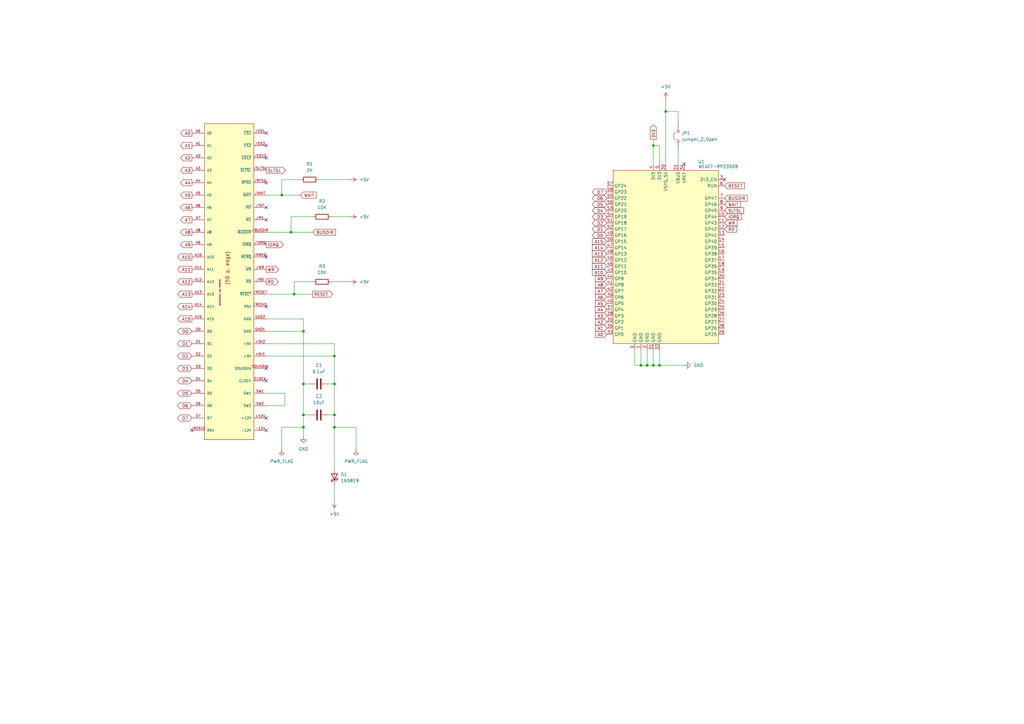
<source format=kicad_sch>
(kicad_sch (version 20231120) (generator "eeschema") (generator_version "8.0")
  (paper "A3")
  (title_block (title "MSX PicoVerse 2350") (date "2025-02-07") (rev "1.0") (company "The Retro Hacker") (comment 1 "Version connecting Pico GPIO pins directly to 5V") (comment 2 "Based on the WeAct RP2350B board") (comment 3 "The MSX experience driven by the RaspBerry Pi Pico") (comment 4 "MSX PicoVerse 2350"))
  (lib_symbols
    (symbol "Device:C" (pin_numbers hide) (pin_names (offset 0.254))
      (property "Reference" "C" (at 0.635 2.54 0))
      (property "Value" "C" (at 0.635 -2.54 0))
      (symbol "C_0_1"
        (polyline (pts (xy -2.032 -0.762) (xy 2.032 -0.762)) (stroke (width 0.508)))
        (polyline (pts (xy -2.032 0.762) (xy 2.032 0.762)) (stroke (width 0.508)))
      )
      (symbol "C_1_1"
        (pin passive line (at 0 3.81 270) (length 2.794) (name "~") (number "1"))
        (pin passive line (at 0 -3.81 90) (length 2.794) (name "~") (number "2"))
      )
    )
    (symbol "Device:D_Schottky" (pin_numbers hide) (pin_names (offset 1.016) hide)
      (property "Reference" "D" (at 0 2.54 0))
      (property "Value" "D_Schottky" (at 0 -2.54 0))
      (symbol "D_Schottky_0_1"
        (polyline (pts (xy 1.27 0) (xy -1.27 0)))
        (polyline (pts (xy 1.27 1.27) (xy 1.27 -1.27) (xy -1.27 0) (xy 1.27 1.27)) (stroke (width 0.254)))
        (polyline (pts (xy -1.905 0.635) (xy -1.905 1.27) (xy -1.27 1.27) (xy -1.27 -1.27) (xy -0.635 -1.27) (xy -0.635 -0.635)) (stroke (width 0.254)))
      )
      (symbol "D_Schottky_1_1"
        (pin passive line (at -3.81 0 0) (length 2.54) (name "K") (number "1"))
        (pin passive line (at 3.81 0 180) (length 2.54) (name "A") (number "2"))
      )
    )
    (symbol "Device:R" (pin_numbers hide) (pin_names (offset 0))
      (property "Reference" "R" (at 2.032 0 90))
      (property "Value" "R" (at 0 0 90))
      (symbol "R_0_1"
        (rectangle (start -1.016 -2.54) (end 1.016 2.54) (stroke (width 0.254)))
      )
      (symbol "R_1_1"
        (pin passive line (at 0 3.81 270) (length 1.27) (name "~") (number "1"))
        (pin passive line (at 0 -3.81 90) (length 1.27) (name "~") (number "2"))
      )
    )
    (symbol "Jumper:Jumper_2_Open" (pin_numbers hide) (pin_names (offset 0) hide) (exclude_from_sim yes)
      (property "Reference" "JP" (at 0 2.794 0))
      (property "Value" "Jumper_2_Open" (at 0 -2.286 0))
      (symbol "Jumper_2_Open_0_0"
        (circle (center -2.032 0) (radius 0.508))
        (circle (center 2.032 0) (radius 0.508))
      )
      (symbol "Jumper_2_Open_0_1"
        (arc (start 1.524 1.27) (mid 0 1.778) (end -1.524 1.27))
      )
      (symbol "Jumper_2_Open_1_1"
        (pin passive line (at -5.08 0 0) (length 2.54) (name "A") (number "1"))
        (pin passive line (at 5.08 0 180) (length 2.54) (name "B") (number "2"))
      )
    )
    (symbol "WeAct:RP2350B"
      (property "Reference" "U" (at 0 0 0))
      (symbol "RP2350B_1_1"
        (rectangle (start -21.59 35.56) (end 21.59 -35.56) (fill (type background)))
        (pin power_in line (at -12.7 -38.1 90) (length 2.54) (name "GND") (number "0"))
        (pin power_in line (at -10.16 -38.1 90) (length 2.54) (name "GND") (number "1"))
        (pin input line (at 24.13 16.51 180) (length 2.54) (name "GP44") (number "10"))
        (pin input line (at 24.13 13.97 180) (length 2.54) (name "GP43") (number "11"))
        (pin input line (at 24.13 11.43 180) (length 2.54) (name "GP42") (number "12"))
        (pin input line (at 24.13 8.89 180) (length 2.54) (name "GP41") (number "13"))
        (pin input line (at 24.13 6.35 180) (length 2.54) (name "GP40") (number "14"))
        (pin input line (at 24.13 3.81 180) (length 2.54) (name "GP39") (number "15"))
        (pin input line (at 24.13 1.27 180) (length 2.54) (name "GP38") (number "16"))
        (pin input line (at 24.13 -1.27 180) (length 2.54) (name "GP37") (number "17"))
        (pin input line (at 24.13 -3.81 180) (length 2.54) (name "GP36") (number "18"))
        (pin input line (at 24.13 -6.35 180) (length 2.54) (name "GP35") (number "19"))
        (pin power_in line (at -7.62 -38.1 90) (length 2.54) (name "GND") (number "2"))
        (pin input line (at 24.13 -8.89 180) (length 2.54) (name "GP34") (number "20"))
        (pin input line (at 24.13 -11.43 180) (length 2.54) (name "GP33") (number "21"))
        (pin input line (at 24.13 -13.97 180) (length 2.54) (name "GP32") (number "22"))
        (pin input line (at 24.13 -16.51 180) (length 2.54) (name "GP31") (number "23"))
        (pin input line (at 24.13 -19.05 180) (length 2.54) (name "GP30") (number "24"))
        (pin input line (at 24.13 -21.59 180) (length 2.54) (name "GP29") (number "25"))
        (pin input line (at 24.13 -24.13 180) (length 2.54) (name "GP28") (number "26"))
        (pin input line (at 24.13 -26.67 180) (length 2.54) (name "GP27") (number "27"))
        (pin input line (at 24.13 -29.21 180) (length 2.54) (name "GP26") (number "28"))
        (pin input line (at 24.13 -31.75 180) (length 2.54) (name "GP25") (number "29"))
        (pin input line (at 24.13 31.75 180) (length 2.54) (name "3V3_EN") (number "3"))
        (pin power_in line (at 0 38.1 270) (length 2.54) (name "VSYS_5V") (number "30"))
        (pin power_in line (at -5.08 -38.1 90) (length 2.54) (name "GND") (number "31"))
        (pin power_out line (at 5.08 38.1 270) (length 2.54) (name "VBUS") (number "31"))
        (pin power_in line (at -2.54 -38.1 90) (length 2.54) (name "GND") (number "32"))
        (pin input line (at -24.13 -31.75 0) (length 2.54) (name "GP0") (number "33"))
        (pin power_in line (at 7.62 38.1 270) (length 2.54) (name "VREF") (number "34"))
        (pin input line (at -24.13 -26.67 0) (length 2.54) (name "GP2") (number "35"))
        (pin input line (at -24.13 -29.21 0) (length 2.54) (name "GP1") (number "36"))
        (pin input line (at -24.13 -21.59 0) (length 2.54) (name "GP4") (number "37"))
        (pin input line (at -24.13 -24.13 0) (length 2.54) (name "GP3") (number "38"))
        (pin input line (at -24.13 -16.51 0) (length 2.54) (name "GP6") (number "39"))
        (pin power_in line (at -5.08 38.1 270) (length 2.54) (name "3V3") (number "4"))
        (pin input line (at -24.13 -19.05 0) (length 2.54) (name "GP5") (number "40"))
        (pin input line (at -24.13 -11.43 0) (length 2.54) (name "GP8") (number "41"))
        (pin input line (at -24.13 -13.97 0) (length 2.54) (name "GP7") (number "42"))
        (pin input line (at -24.13 -6.35 0) (length 2.54) (name "GP10") (number "43"))
        (pin input line (at -24.13 -8.89 0) (length 2.54) (name "GP9") (number "44"))
        (pin input line (at -24.13 -1.27 0) (length 2.54) (name "GP12") (number "45"))
        (pin input line (at -24.13 -3.81 0) (length 2.54) (name "GP11") (number "46"))
        (pin input line (at -24.13 3.81 0) (length 2.54) (name "GP14") (number "47"))
        (pin input line (at -24.13 1.27 0) (length 2.54) (name "GP13") (number "48"))
        (pin input line (at -24.13 8.89 0) (length 2.54) (name "GP16") (number "49"))
        (pin power_in line (at -2.54 38.1 270) (length 2.54) (name "3V3") (number "5"))
        (pin input line (at -24.13 6.35 0) (length 2.54) (name "GP15") (number "50"))
        (pin input line (at -24.13 13.97 0) (length 2.54) (name "GP18") (number "51"))
        (pin input line (at -24.13 11.43 0) (length 2.54) (name "GP17") (number "52"))
        (pin input line (at -24.13 19.05 0) (length 2.54) (name "GP20") (number "53"))
        (pin input line (at -24.13 16.51 0) (length 2.54) (name "GP19") (number "54"))
        (pin input line (at -24.13 24.13 0) (length 2.54) (name "GP22") (number "55"))
        (pin input line (at -24.13 21.59 0) (length 2.54) (name "GP21") (number "56"))
        (pin input line (at -24.13 29.21 0) (length 2.54) (name "GP24") (number "57"))
        (pin input line (at -24.13 26.67 0) (length 2.54) (name "GP23") (number "58"))
        (pin input line (at 24.13 29.21 180) (length 2.54) (name "RUN") (number "6"))
        (pin input line (at 24.13 24.13 180) (length 2.54) (name "GP47") (number "7"))
        (pin input line (at 24.13 21.59 180) (length 2.54) (name "GP46") (number "8"))
        (pin input line (at 24.13 19.05 180) (length 2.54) (name "GP45") (number "9"))
      )
    )
    (symbol "msx-con:MSX_CON" (pin_names (offset 1.016))
      (symbol "MSX_CON_1_0"
        (rectangle (start -59.69 10.16) (end 69.85 -10.16) (fill (type background)))
        (text "(50 p. edge)" (at 10.7442 0.7112 0) (effects (font (size 1.4224 1.4224))))
      )
      (symbol "MSX_CON_1_1"
        (pin power_out line (at -50.8 -15.24 90) (length 5.08) (name "+12V") (number "+12V"))
        (pin power_in line (at -25.4 -15.24 90) (length 5.08) (name "+5V") (number "+5V1"))
        (pin power_in line (at -20.32 -15.24 90) (length 5.08) (name "+5V") (number "+5V2"))
        (pin power_out line (at -55.88 -15.24 90) (length 5.08) (name "-12V") (number "-12V"))
        (pin input line (at 25.4 -15.24 90) (length 5.08) (name "~{BUSDIR}") (number "/BUSDIR"))
        (pin output line (at 66.04 -15.24 90) (length 5.08) (name "~{CS1}") (number "/CS1"))
        (pin output line (at 55.88 -15.24 90) (length 5.08) (name "~{CS12}") (number "/CS12"))
        (pin output line (at 60.96 -15.24 90) (length 5.08) (name "~{CS2}") (number "/CS2"))
        (pin input line (at 35.56 -15.24 90) (length 5.08) (name "~{INT}") (number "/INT"))
        (pin output line (at 20.32 -15.24 90) (length 5.08) (name "~{IORQ}") (number "/IORQ"))
        (pin output line (at 30.48 -15.24 90) (length 5.08) (name "~{M1}") (number "/M1"))
        (pin output line (at 15.24 -15.24 90) (length 5.08) (name "~{MERQ}") (number "/MREQ"))
        (pin output line (at 5.08 -15.24 90) (length 5.08) (name "~{RD}") (number "/RD"))
        (pin output line (at 0 -15.24 90) (length 5.08) (name "~{RESET}") (number "/RESET"))
        (pin unspecified line (at -5.08 -15.24 90) (length 5.08) (name "RSV") (number "/RESV1"))
        (pin unspecified line (at -55.88 15.24 270) (length 5.08) (name "RSV") (number "/RESV2"))
        (pin output line (at 45.72 -15.24 90) (length 5.08) (name "~{RFSH}") (number "/RFSH"))
        (pin output line (at 50.8 -15.24 90) (length 5.08) (name "~{SLTSL}") (number "/SLTSL"))
        (pin input line (at 40.64 -15.24 90) (length 5.08) (name "~{WAIT}") (number "/WAIT"))
        (pin output line (at 10.16 -15.24 90) (length 5.08) (name "~{WR}") (number "/WR"))
        (pin output line (at 66.04 15.24 270) (length 5.08) (name "A0") (number "A0"))
        (pin output line (at 60.96 15.24 270) (length 5.08) (name "A1") (number "A1"))
        (pin output line (at 15.24 15.24 270) (length 5.08) (name "A10") (number "A10"))
        (pin output line (at 10.16 15.24 270) (length 5.08) (name "A11") (number "A11"))
        (pin output line (at 5.08 15.24 270) (length 5.08) (name "A12") (number "A12"))
        (pin output line (at 0 15.24 270) (length 5.08) (name "A13") (number "A13"))
        (pin output line (at -5.08 15.24 270) (length 5.08) (name "A14") (number "A14"))
        (pin output line (at -10.16 15.24 270) (length 5.08) (name "A15") (number "A15"))
        (pin output line (at 55.88 15.24 270) (length 5.08) (name "A2") (number "A2"))
        (pin output line (at 50.8 15.24 270) (length 5.08) (name "A3") (number "A3"))
        (pin output line (at 45.72 15.24 270) (length 5.08) (name "A4") (number "A4"))
        (pin output line (at 40.64 15.24 270) (length 5.08) (name "A5") (number "A5"))
        (pin output line (at 35.56 15.24 270) (length 5.08) (name "A6") (number "A6"))
        (pin output line (at 30.48 15.24 270) (length 5.08) (name "A7") (number "A7"))
        (pin output line (at 25.4 15.24 270) (length 5.08) (name "A8") (number "A8"))
        (pin output line (at 20.32 15.24 270) (length 5.08) (name "A9") (number "A9"))
        (pin output line (at -35.56 -15.24 90) (length 5.08) (name "CLOCK") (number "CLOCK"))
        (pin bidirectional line (at -15.24 15.24 270) (length 5.08) (name "D0") (number "D0"))
        (pin bidirectional line (at -20.32 15.24 270) (length 5.08) (name "D1") (number "D1"))
        (pin bidirectional line (at -25.4 15.24 270) (length 5.08) (name "D2") (number "D2"))
        (pin bidirectional line (at -30.48 15.24 270) (length 5.08) (name "D3") (number "D3"))
        (pin bidirectional line (at -35.56 15.24 270) (length 5.08) (name "D4") (number "D4"))
        (pin bidirectional line (at -40.64 15.24 270) (length 5.08) (name "D5") (number "D5"))
        (pin bidirectional line (at -45.72 15.24 270) (length 5.08) (name "D6") (number "D6"))
        (pin bidirectional line (at -50.8 15.24 270) (length 5.08) (name "D7") (number "D7"))
        (pin power_in line (at -15.24 -15.24 90) (length 5.08) (name "GND") (number "GND1"))
        (pin power_in line (at -10.16 -15.24 90) (length 5.08) (name "GND") (number "GND2"))
        (pin input line (at -30.48 -15.24 90) (length 5.08) (name "SOUNDIN") (number "SOUNDIN"))
        (pin passive line (at -40.64 -15.24 90) (length 5.08) (name "SW1") (number "SW1"))
        (pin passive line (at -45.72 -15.24 90) (length 5.08) (name "SW2") (number "SW2"))
      )
    )
    (symbol "power:+5V" (power) (pin_numbers hide) (pin_names (offset 0) hide)
      (property "Value" "+5V" (at 0 3.556 0))
      (symbol "+5V_0_1"
        (polyline (pts (xy -0.762 1.27) (xy 0 2.54)))
        (polyline (pts (xy 0 0) (xy 0 2.54)))
        (polyline (pts (xy 0 2.54) (xy 0.762 1.27)))
      )
      (symbol "+5V_1_1"
        (pin power_in line (at 0 0 90) (length 0) (name "~") (number "1"))
      )
    )
    (symbol "power:GND" (power) (pin_numbers hide) (pin_names (offset 0) hide)
      (property "Value" "GND" (at 0 -3.81 0))
      (symbol "GND_0_1"
        (polyline (pts (xy 0 0) (xy 0 -1.27) (xy 1.27 -1.27) (xy 0 -2.54) (xy -1.27 -1.27) (xy 0 -1.27)))
      )
      (symbol "GND_1_1"
        (pin power_in line (at 0 0 270) (length 0) (name "~") (number "1"))
      )
    )
    (symbol "power:PWR_FLAG" (power) (pin_numbers hide) (pin_names (offset 0) hide)
      (property "Value" "PWR_FLAG" (at 0 3.81 0))
      (symbol "PWR_FLAG_0_0"
        (pin power_out line (at 0 0 90) (length 0) (name "~") (number "1"))
      )
      (symbol "PWR_FLAG_0_1"
        (polyline (pts (xy 0 0) (xy 0 1.27) (xy -1.016 1.905) (xy 0 2.54) (xy 1.016 1.905) (xy 0 1.27)))
      )
    )
  )
  (junction (at 120.65 120.65))
  (junction (at 119.38 95.25))
  (junction (at 270.51 149.86))
  (junction (at 124.46 175.26))
  (junction (at 267.97 149.86))
  (junction (at 137.16 146.05))
  (junction (at 137.16 170.18))
  (junction (at 137.16 175.26))
  (junction (at 124.46 157.48))
  (junction (at 115.57 80.01))
  (junction (at 262.89 149.86))
  (junction (at 124.46 135.89))
  (junction (at 267.97 59.69))
  (junction (at 273.05 45.72))
  (junction (at 265.43 149.86))
  (junction (at 137.16 157.48))
  (junction (at 124.46 170.18))
  (no_connect (at 109.22 105.41))
  (no_connect (at 280.67 67.31))
  (no_connect (at 78.74 176.53))
  (no_connect (at 109.22 74.93))
  (no_connect (at 109.22 59.69))
  (no_connect (at 109.22 125.73))
  (no_connect (at 109.22 171.45))
  (no_connect (at 109.22 64.77))
  (no_connect (at 297.18 73.66))
  (no_connect (at 109.22 151.13))
  (no_connect (at 109.22 176.53))
  (no_connect (at 109.22 90.17))
  (no_connect (at 109.22 85.09))
  (no_connect (at 109.22 54.61))
  (no_connect (at 109.22 156.21))
  (wire (pts (xy 109.22 80.01) (xy 115.57 80.01)))
  (wire (pts (xy 137.16 146.05) (xy 137.16 157.48)))
  (wire (pts (xy 137.16 175.26) (xy 137.16 191.77)))
  (wire (pts (xy 109.22 95.25) (xy 119.38 95.25)))
  (wire (pts (xy 115.57 80.01) (xy 123.19 80.01)))
  (wire (pts (xy 267.97 57.15) (xy 267.97 59.69)))
  (wire (pts (xy 270.51 59.69) (xy 267.97 59.69)))
  (wire (pts (xy 124.46 170.18) (xy 124.46 175.26)))
  (wire (pts (xy 260.35 143.51) (xy 260.35 149.86)))
  (wire (pts (xy 109.22 140.97) (xy 137.16 140.97)))
  (wire (pts (xy 109.22 161.29) (xy 116.84 161.29)))
  (wire (pts (xy 119.38 95.25) (xy 128.27 95.25)))
  (wire (pts (xy 137.16 140.97) (xy 137.16 146.05)))
  (wire (pts (xy 270.51 149.86) (xy 280.67 149.86)))
  (wire (pts (xy 124.46 135.89) (xy 124.46 157.48)))
  (wire (pts (xy 265.43 143.51) (xy 265.43 149.86)))
  (wire (pts (xy 273.05 40.64) (xy 273.05 45.72)))
  (wire (pts (xy 130.81 73.66) (xy 143.51 73.66)))
  (wire (pts (xy 134.62 170.18) (xy 137.16 170.18)))
  (wire (pts (xy 116.84 161.29) (xy 116.84 166.37)))
  (wire (pts (xy 124.46 157.48) (xy 127 157.48)))
  (wire (pts (xy 137.16 199.39) (xy 137.16 205.74)))
  (wire (pts (xy 260.35 149.86) (xy 262.89 149.86)))
  (wire (pts (xy 124.46 130.81) (xy 124.46 135.89)))
  (wire (pts (xy 278.13 60.96) (xy 278.13 67.31)))
  (wire (pts (xy 273.05 45.72) (xy 273.05 67.31)))
  (wire (pts (xy 120.65 115.57) (xy 120.65 120.65)))
  (wire (pts (xy 134.62 157.48) (xy 137.16 157.48)))
  (wire (pts (xy 115.57 175.26) (xy 124.46 175.26)))
  (wire (pts (xy 128.27 115.57) (xy 120.65 115.57)))
  (wire (pts (xy 137.16 170.18) (xy 137.16 175.26)))
  (wire (pts (xy 278.13 45.72) (xy 273.05 45.72)))
  (wire (pts (xy 146.05 175.26) (xy 137.16 175.26)))
  (wire (pts (xy 109.22 130.81) (xy 124.46 130.81)))
  (wire (pts (xy 109.22 146.05) (xy 137.16 146.05)))
  (wire (pts (xy 109.22 120.65) (xy 120.65 120.65)))
  (wire (pts (xy 265.43 149.86) (xy 267.97 149.86)))
  (wire (pts (xy 109.22 135.89) (xy 124.46 135.89)))
  (wire (pts (xy 137.16 157.48) (xy 137.16 170.18)))
  (wire (pts (xy 128.27 88.9) (xy 119.38 88.9)))
  (wire (pts (xy 135.89 115.57) (xy 143.51 115.57)))
  (wire (pts (xy 146.05 184.15) (xy 146.05 175.26)))
  (wire (pts (xy 270.51 143.51) (xy 270.51 149.86)))
  (wire (pts (xy 116.84 166.37) (xy 109.22 166.37)))
  (wire (pts (xy 120.65 120.65) (xy 128.27 120.65)))
  (wire (pts (xy 267.97 149.86) (xy 270.51 149.86)))
  (wire (pts (xy 119.38 88.9) (xy 119.38 95.25)))
  (wire (pts (xy 124.46 175.26) (xy 124.46 179.07)))
  (wire (pts (xy 267.97 143.51) (xy 267.97 149.86)))
  (wire (pts (xy 262.89 143.51) (xy 262.89 149.86)))
  (wire (pts (xy 124.46 170.18) (xy 127 170.18)))
  (wire (pts (xy 267.97 59.69) (xy 267.97 67.31)))
  (wire (pts (xy 115.57 184.15) (xy 115.57 175.26)))
  (wire (pts (xy 123.19 73.66) (xy 115.57 73.66)))
  (wire (pts (xy 262.89 149.86) (xy 265.43 149.86)))
  (wire (pts (xy 135.89 88.9) (xy 143.51 88.9)))
  (wire (pts (xy 270.51 67.31) (xy 270.51 59.69)))
  (wire (pts (xy 124.46 157.48) (xy 124.46 170.18)))
  (wire (pts (xy 278.13 50.8) (xy 278.13 45.72)))
  (wire (pts (xy 115.57 73.66) (xy 115.57 80.01)))
  (global_label "A0" (shape output) (at 78.74 54.61 180) (property "Intersheetrefs" "${INTERSHEET_REFS}" (effects (hide yes))))
  (global_label "3V3" (shape output) (at 267.97 57.15 90) (property "Intersheetrefs" "${INTERSHEET_REFS}" (effects (hide yes))))
  (global_label "A2" (shape output) (at 78.74 64.77 180) (property "Intersheetrefs" "${INTERSHEET_REFS}" (effects (hide yes))))
  (global_label "A4" (shape input) (at 248.92 127 180) (property "Intersheetrefs" "${INTERSHEET_REFS}" (effects (hide yes))))
  (global_label "WR" (shape input) (at 297.18 91.44 0) (property "Intersheetrefs" "${INTERSHEET_REFS}" (effects (hide yes))))
  (global_label "A9" (shape input) (at 248.92 114.3 180) (property "Intersheetrefs" "${INTERSHEET_REFS}" (effects (hide yes))))
  (global_label "IORQ" (shape output) (at 109.22 100.33 0) (property "Intersheetrefs" "${INTERSHEET_REFS}" (effects (hide yes))))
  (global_label "A13" (shape input) (at 248.92 104.14 180) (property "Intersheetrefs" "${INTERSHEET_REFS}" (effects (hide yes))))
  (global_label "WAIT" (shape input) (at 123.19 80.01 0) (property "Intersheetrefs" "${INTERSHEET_REFS}" (effects (hide yes))))
  (global_label "A4" (shape output) (at 78.74 74.93 180) (property "Intersheetrefs" "${INTERSHEET_REFS}" (effects (hide yes))))
  (global_label "D2" (shape bidirectional) (at 248.92 91.44 180) (property "Intersheetrefs" "${INTERSHEET_REFS}" (effects (hide yes))))
  (global_label "A3" (shape output) (at 78.74 69.85 180) (property "Intersheetrefs" "${INTERSHEET_REFS}" (effects (hide yes))))
  (global_label "D0" (shape bidirectional) (at 78.74 135.89 180) (property "Intersheetrefs" "${INTERSHEET_REFS}" (effects (hide yes))))
  (global_label "A8" (shape input) (at 248.92 116.84 180) (property "Intersheetrefs" "${INTERSHEET_REFS}" (effects (hide yes))))
  (global_label "A3" (shape input) (at 248.92 129.54 180) (property "Intersheetrefs" "${INTERSHEET_REFS}" (effects (hide yes))))
  (global_label "A11" (shape input) (at 248.92 109.22 180) (property "Intersheetrefs" "${INTERSHEET_REFS}" (effects (hide yes))))
  (global_label "A5" (shape input) (at 248.92 124.46 180) (property "Intersheetrefs" "${INTERSHEET_REFS}" (effects (hide yes))))
  (global_label "A0" (shape input) (at 248.92 137.16 180) (property "Intersheetrefs" "${INTERSHEET_REFS}" (effects (hide yes))))
  (global_label "SLTSL" (shape output) (at 109.22 69.85 0) (property "Intersheetrefs" "${INTERSHEET_REFS}" (effects (hide yes))))
  (global_label "A15" (shape output) (at 78.74 130.81 180) (property "Intersheetrefs" "${INTERSHEET_REFS}" (effects (hide yes))))
  (global_label "RESET" (shape input) (at 297.18 76.2 0) (property "Intersheetrefs" "${INTERSHEET_REFS}" (effects (hide yes))))
  (global_label "BUSDIR" (shape input) (at 297.18 81.28 0) (property "Intersheetrefs" "${INTERSHEET_REFS}" (effects (hide yes))))
  (global_label "D4" (shape bidirectional) (at 248.92 86.36 180) (property "Intersheetrefs" "${INTERSHEET_REFS}" (effects (hide yes))))
  (global_label "D5" (shape bidirectional) (at 78.74 161.29 180) (property "Intersheetrefs" "${INTERSHEET_REFS}" (effects (hide yes))))
  (global_label "D1" (shape bidirectional) (at 78.74 140.97 180) (property "Intersheetrefs" "${INTERSHEET_REFS}" (effects (hide yes))))
  (global_label "A7" (shape input) (at 248.92 119.38 180) (property "Intersheetrefs" "${INTERSHEET_REFS}" (effects (hide yes))))
  (global_label "A14" (shape output) (at 78.74 125.73 180) (property "Intersheetrefs" "${INTERSHEET_REFS}" (effects (hide yes))))
  (global_label "A11" (shape output) (at 78.74 110.49 180) (property "Intersheetrefs" "${INTERSHEET_REFS}" (effects (hide yes))))
  (global_label "A14" (shape input) (at 248.92 101.6 180) (property "Intersheetrefs" "${INTERSHEET_REFS}" (effects (hide yes))))
  (global_label "A8" (shape output) (at 78.74 95.25 180) (property "Intersheetrefs" "${INTERSHEET_REFS}" (effects (hide yes))))
  (global_label "A2" (shape input) (at 248.92 132.08 180) (property "Intersheetrefs" "${INTERSHEET_REFS}" (effects (hide yes))))
  (global_label "SLTSL" (shape input) (at 297.18 86.36 0) (property "Intersheetrefs" "${INTERSHEET_REFS}" (effects (hide yes))))
  (global_label "D0" (shape bidirectional) (at 248.92 96.52 180) (property "Intersheetrefs" "${INTERSHEET_REFS}" (effects (hide yes))))
  (global_label "BUSDIR" (shape input) (at 128.27 95.25 0) (property "Intersheetrefs" "${INTERSHEET_REFS}" (effects (hide yes))))
  (global_label "A6" (shape input) (at 248.92 121.92 180) (property "Intersheetrefs" "${INTERSHEET_REFS}" (effects (hide yes))))
  (global_label "A10" (shape output) (at 78.74 105.41 180) (property "Intersheetrefs" "${INTERSHEET_REFS}" (effects (hide yes))))
  (global_label "A6" (shape output) (at 78.74 85.09 180) (property "Intersheetrefs" "${INTERSHEET_REFS}" (effects (hide yes))))
  (global_label "A10" (shape input) (at 248.92 111.76 180) (property "Intersheetrefs" "${INTERSHEET_REFS}" (effects (hide yes))))
  (global_label "D2" (shape bidirectional) (at 78.74 146.05 180) (property "Intersheetrefs" "${INTERSHEET_REFS}" (effects (hide yes))))
  (global_label "A15" (shape input) (at 248.92 99.06 180) (property "Intersheetrefs" "${INTERSHEET_REFS}" (effects (hide yes))))
  (global_label "A12" (shape input) (at 248.92 106.68 180) (property "Intersheetrefs" "${INTERSHEET_REFS}" (effects (hide yes))))
  (global_label "D5" (shape bidirectional) (at 248.92 83.82 180) (property "Intersheetrefs" "${INTERSHEET_REFS}" (effects (hide yes))))
  (global_label "A7" (shape output) (at 78.74 90.17 180) (property "Intersheetrefs" "${INTERSHEET_REFS}" (effects (hide yes))))
  (global_label "D4" (shape bidirectional) (at 78.74 156.21 180) (property "Intersheetrefs" "${INTERSHEET_REFS}" (effects (hide yes))))
  (global_label "A12" (shape output) (at 78.74 115.57 180) (property "Intersheetrefs" "${INTERSHEET_REFS}" (effects (hide yes))))
  (global_label "IORQ" (shape input) (at 297.18 88.9 0) (property "Intersheetrefs" "${INTERSHEET_REFS}" (effects (hide yes))))
  (global_label "WR" (shape output) (at 109.22 110.49 0) (property "Intersheetrefs" "${INTERSHEET_REFS}" (effects (hide yes))))
  (global_label "A5" (shape output) (at 78.74 80.01 180) (property "Intersheetrefs" "${INTERSHEET_REFS}" (effects (hide yes))))
  (global_label "RESET" (shape output) (at 128.27 120.65 0) (property "Intersheetrefs" "${INTERSHEET_REFS}" (effects (hide yes))))
  (global_label "D1" (shape bidirectional) (at 248.92 93.98 180) (property "Intersheetrefs" "${INTERSHEET_REFS}" (effects (hide yes))))
  (global_label "A9" (shape output) (at 78.74 100.33 180) (property "Intersheetrefs" "${INTERSHEET_REFS}" (effects (hide yes))))
  (global_label "A1" (shape input) (at 248.92 134.62 180) (property "Intersheetrefs" "${INTERSHEET_REFS}" (effects (hide yes))))
  (global_label "D3" (shape bidirectional) (at 78.74 151.13 180) (property "Intersheetrefs" "${INTERSHEET_REFS}" (effects (hide yes))))
  (global_label "A1" (shape output) (at 78.74 59.69 180) (property "Intersheetrefs" "${INTERSHEET_REFS}" (effects (hide yes))))
  (global_label "WAIT" (shape input) (at 297.18 83.82 0) (property "Intersheetrefs" "${INTERSHEET_REFS}" (effects (hide yes))))
  (global_label "D6" (shape bidirectional) (at 248.92 81.28 180) (property "Intersheetrefs" "${INTERSHEET_REFS}" (effects (hide yes))))
  (global_label "RD" (shape input) (at 297.18 93.98 0) (property "Intersheetrefs" "${INTERSHEET_REFS}" (effects (hide yes))))
  (global_label "D7" (shape bidirectional) (at 78.74 171.45 180) (property "Intersheetrefs" "${INTERSHEET_REFS}" (effects (hide yes))))
  (global_label "D3" (shape bidirectional) (at 248.92 88.9 180) (property "Intersheetrefs" "${INTERSHEET_REFS}" (effects (hide yes))))
  (global_label "RD" (shape output) (at 109.22 115.57 0) (property "Intersheetrefs" "${INTERSHEET_REFS}" (effects (hide yes))))
  (global_label "D6" (shape bidirectional) (at 78.74 166.37 180) (property "Intersheetrefs" "${INTERSHEET_REFS}" (effects (hide yes))))
  (global_label "A13" (shape output) (at 78.74 120.65 180) (property "Intersheetrefs" "${INTERSHEET_REFS}" (effects (hide yes))))
  (global_label "D7" (shape bidirectional) (at 248.92 78.74 180) (property "Intersheetrefs" "${INTERSHEET_REFS}" (effects (hide yes))))
  (symbol (lib_id "Device:R") (at 132.08 115.57 90) (unit 1)
    (property "Reference" "R3" (at 132.08 109.22 90))
    (property "Value" "10K" (at 132.08 111.76 90))
    (property "Footprint" "Resistor_SMD:R_0603_1608Metric_Pad0.98x0.95mm_HandSolder" (effects (hide yes)))
    (property "Description" "Resistor" (effects (hide yes)))
  )
  (symbol (lib_id "Jumper:Jumper_2_Open") (at 278.13 55.88 90) (unit 1) (exclude_from_sim yes)
    (property "Reference" "JP1" (at 279.4 54.6099 90) (effects (justify right)))
    (property "Value" "Jumper_2_Open" (at 279.4 57.1499 90) (effects (justify right)))
    (property "Footprint" "Jumper:SolderJumper-2_P1.3mm_Open_RoundedPad1.0x1.5mm" (effects (hide yes)))
    (property "Description" "Jumper, 2-pole, open" (effects (hide yes)))
  )
  (symbol (lib_id "power:PWR_FLAG") (at 146.05 184.15 180) (unit 1)
    (property "Reference" "#FLG02" (effects (hide yes)))
    (property "Value" "PWR_FLAG" (at 146.05 189.23 0))
    (property "Description" "Special symbol for telling ERC where power comes from" (effects (hide yes)))
  )
  (symbol (lib_id "Device:D_Schottky") (at 137.16 195.58 90) (unit 1)
    (property "Reference" "D1" (at 139.7 194.6274 90) (effects (justify right)))
    (property "Value" "1N5819" (at 139.7 197.1674 90) (effects (justify right)))
    (property "Footprint" "Diode_SMD:D_SOD-123" (effects (hide yes)))
    (property "Description" "Schottky diode" (effects (hide yes)))
  )
  (symbol (lib_id "power:+5V") (at 143.51 73.66 270) (unit 1)
    (property "Reference" "#PWR03" (effects (hide yes)))
    (property "Value" "+5V" (at 147.32 73.6599 90) (effects (justify left)))
    (property "Description" "Power symbol creates a global label with name \"+5V\"" (effects (hide yes)))
  )
  (symbol (lib_id "power:+5V") (at 137.16 205.74 180) (unit 1)
    (property "Reference" "#PWR02" (effects (hide yes)))
    (property "Value" "+5V" (at 137.16 210.82 0))
    (property "Description" "Power symbol creates a global label with name \"+5V\"" (effects (hide yes)))
  )
  (symbol (lib_id "power:PWR_FLAG") (at 115.57 184.15 180) (unit 1)
    (property "Reference" "#FLG01" (effects (hide yes)))
    (property "Value" "PWR_FLAG" (at 115.57 189.23 0))
    (property "Description" "Special symbol for telling ERC where power comes from" (effects (hide yes)))
  )
  (symbol (lib_id "Device:C") (at 130.81 170.18 90) (unit 1)
    (property "Reference" "C2" (at 130.81 162.56 90))
    (property "Value" "10uF" (at 130.81 165.1 90))
    (property "Footprint" "Capacitor_SMD:C_0603_1608Metric_Pad1.08x0.95mm_HandSolder" (effects (hide yes)))
    (property "Description" "Unpolarized capacitor" (effects (hide yes)))
  )
  (symbol (lib_id "power:+5V") (at 143.51 88.9 270) (unit 1)
    (property "Reference" "#PWR04" (effects (hide yes)))
    (property "Value" "+5V" (at 147.32 88.8999 90) (effects (justify left)))
    (property "Description" "Power symbol creates a global label with name \"+5V\"" (effects (hide yes)))
  )
  (symbol (lib_id "Device:R") (at 127 73.66 90) (unit 1)
    (property "Reference" "R1" (at 127 67.31 90))
    (property "Value" "2K" (at 127 69.85 90))
    (property "Footprint" "Resistor_SMD:R_0603_1608Metric_Pad0.98x0.95mm_HandSolder" (effects (hide yes)))
    (property "Description" "Resistor" (effects (hide yes)))
  )
  (symbol (lib_id "power:GND") (at 124.46 179.07 0) (unit 1)
    (property "Reference" "#PWR01" (effects (hide yes)))
    (property "Value" "GND" (at 124.46 184.15 0))
    (property "Description" "Power symbol creates a global label with name \"GND\" , ground" (effects (hide yes)))
  )
  (symbol (lib_id "power:+5V") (at 273.05 40.64 0) (unit 1)
    (property "Reference" "#PWR07" (effects (hide yes)))
    (property "Value" "+5V" (at 273.05 35.56 0))
    (property "Description" "Power symbol creates a global label with name \"+5V\"" (effects (hide yes)))
  )
  (symbol (lib_id "Device:C") (at 130.81 157.48 90) (unit 1)
    (property "Reference" "C1" (at 130.81 149.86 90))
    (property "Value" "0.1uF" (at 130.81 152.4 90))
    (property "Footprint" "Capacitor_SMD:C_0603_1608Metric_Pad1.08x0.95mm_HandSolder" (effects (hide yes)))
    (property "Description" "Unpolarized capacitor" (effects (hide yes)))
  )
  (symbol (lib_id "Device:R") (at 132.08 88.9 90) (unit 1)
    (property "Reference" "R2" (at 132.08 82.55 90))
    (property "Value" "10K" (at 132.08 85.09 90))
    (property "Footprint" "Resistor_SMD:R_0603_1608Metric_Pad0.98x0.95mm_HandSolder" (effects (hide yes)))
    (property "Description" "Resistor" (effects (hide yes)))
  )
  (symbol (lib_id "power:GND") (at 280.67 149.86 90) (unit 1)
    (property "Reference" "#PWR06" (effects (hide yes)))
    (property "Value" "GND" (at 284.48 149.8599 90) (effects (justify right)))
    (property "Description" "Power symbol creates a global label with name \"GND\" , ground" (effects (hide yes)))
  )
  (symbol (lib_id "WeAct:RP2350B") (at 273.05 105.41 0) (unit 1)
    (property "Reference" "U1" (at 286.258 66.294 0) (effects (justify left)))
    (property "Value" "WEACT-RP2350B" (at 286.4201 68.326 0) (effects (justify left)))
  )
  (symbol (lib_id "msx-con:MSX_CON") (at 93.98 120.65 90) (unit 1)
    (property "Reference" "EDG1" (effects (hide yes)))
    (property "Value" "MSX_CON" (effects (hide yes)))
    (property "Footprint" "libraries:msx-con-MSXCART" (at 90.17 119.888 0) (effects (font (size 0.508 0.508))))
  )
  (symbol (lib_id "power:+5V") (at 143.51 115.57 270) (unit 1)
    (property "Reference" "#PWR05" (effects (hide yes)))
    (property "Value" "+5V" (at 147.32 115.5699 90) (effects (justify left)))
    (property "Description" "Power symbol creates a global label with name \"+5V\"" (effects (hide yes)))
  )
)
</source>
